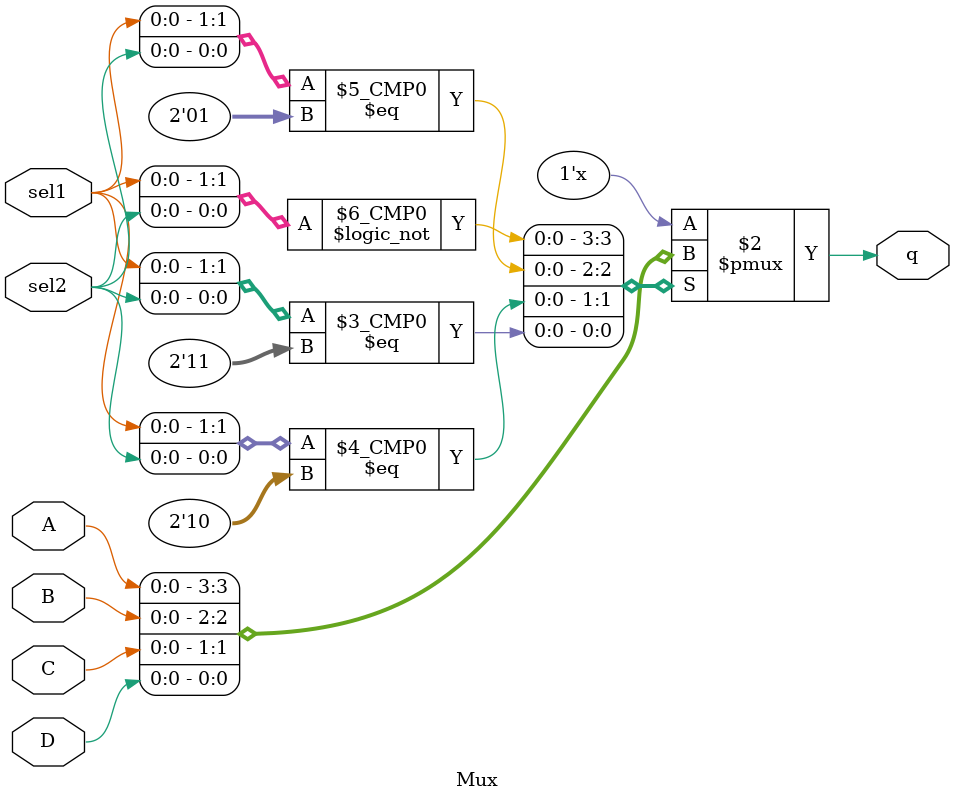
<source format=v>
module Mux(output reg q, input A, B, C, D, sel1, sel2);
  always @* begin
    case({sel1, sel2})
      2'b00: q = A;
      2'b01: q = B;
      2'b10: q = C;
      2'b11: q = D;
      default: q = 1'bx; // Unspecified case
    endcase
  end
endmodule

</source>
